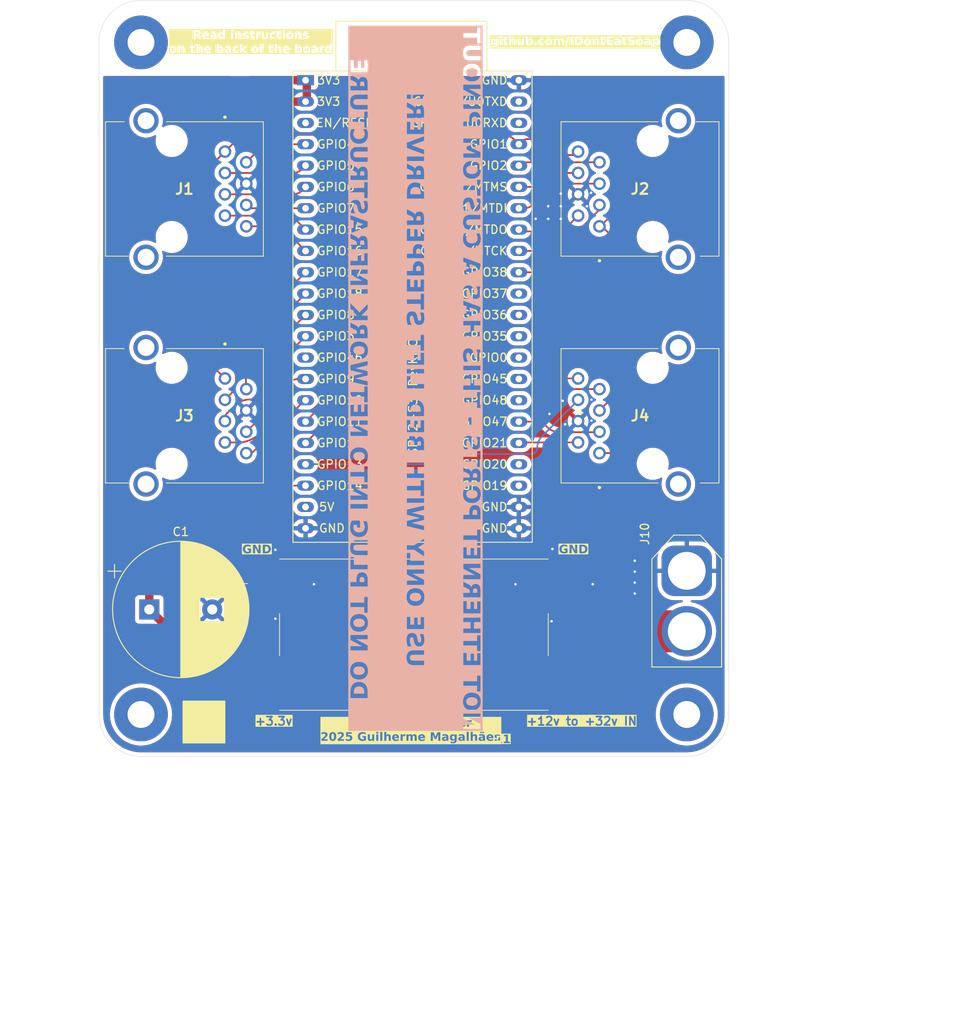
<source format=kicad_pcb>
(kicad_pcb (version 20240108) (generator "pcbnew") (generator_version "8.0")
  (layers (0 "F.Cu" signal) (31 "B.Cu" signal) (34 "B.Paste" user) (35 "F.Paste" user) (36 "B.SilkS" user "B.Silkscreen") (37 "F.SilkS" user "F.Silkscreen") (38 "B.Mask" user) (39 "F.Mask" user) (44 "Edge.Cuts" user))
  (net 0 "")
  (net 1 "M EN")
  (net 3 "M4 CLK")
  (net 5 "M2 DIR")
  (net 8 "GND")
  (net 9 "M1 CLK")
  (net 10 "M3 DIR")
  (net 12 "M3 CLK")
  (net 15 "+3.3V")
  (net 16 "M4 DIR")
  (net 17 "M2 CLK")
  (net 23 "M1 DIR")
  (net 25 "VCC")
  (net 26 "M1 IO 2")
  (net 27 "M1 IO 1")
  (net 28 "M1 IO 3")
  (net 29 "M1 IO 4")
  (net 30 "M2 IO 1")
  (net 31 "M2 IO 4")
  (net 32 "M2 IO 2")
  (net 33 "M2 IO 3")
  (net 34 "M3 IO 1")
  (net 35 "M3 IO 4")
  (net 36 "M3 IO 2")
  (net 37 "M3 IO 3")
  (net 38 "M4 IO 4")
  (net 39 "M4 IO 3")
  (net 40 "M4 IO 2")
  (net 41 "M4 IO 1")
  (footprint "" (layer "F.Cu") (at 120 55)
    (property "Reference" "" (at 0 0 0) (layer "F.SilkS") (effects (font (size 1.27 1.27))))
    (property "Value" "")
    (pad "1" thru_hole circle (at 0 0) (size 6.4 6.4) (drill 3.2) (layers "*.Cu" "*.Mask"))
  )
  (footprint "Explorer:ESP32-S3-DevKitC AliExpress" (layer "F.Cu") (at 74.6 59.5)
    (property "Reference" "U1" (at 12.94828 -3.4 0) (layer "F.SilkS"))
    (property "Value" "ESP32-S3-DevKitC" (at 12.8 38.2 90) (layer "F.SilkS"))
    (fp_text user "GPIO4" (at 1.27 7.62 0) (layer "F.SilkS") (effects (justify left)))
    (fp_text user "5V" (at 1.52032 50.79728 0) (layer "F.SilkS") (effects (justify left)))
    (fp_text user "GND" (at 24.13 53.34 0) (layer "F.SilkS") (effects (justify right)))
    (fp_text user "GPIO16" (at 1.27 20.32 0) (layer "F.SilkS") (effects (justify left)))
    (fp_text user "GPIO47" (at 24.13 40.64 0) (layer "F.SilkS") (effects (justify right)))
    (fp_text user "GPIO1" (at 24.13 7.62 0) (layer "F.SilkS") (effects (justify right)))
    (fp_text user "GPIO18" (at 1.27 25.4 0) (layer "F.SilkS") (effects (justify left)))
    (fp_text user "GPIO2" (at 24.13 10.16 0) (layer "F.SilkS") (effects (justify right)))
    (fp_text user "GPIO9" (at 1.27 35.56 0) (layer "F.SilkS") (effects (justify left)))
    (fp_text user "GPIO37" (at 24.13 25.4 0) (layer "F.SilkS") (effects (justify right)))
    (fp_text user "GPIO40/MTDO" (at 24.13 17.78 0) (layer "F.SilkS") (effects (justify right)))
    (fp_text user "GPIO5" (at 1.27 10.16 0) (layer "F.SilkS") (effects (justify left)))
    (fp_text user "GPIO43/U0TXD" (at 24.13 2.54 0) (layer "F.SilkS") (effects (justify right)))
    (fp_text user "GPIO41/MTDI" (at 24.13 15.24 0) (layer "F.SilkS") (effects (justify right)))
    (fp_text user "EN/RESET" (at 8.88632 5.07728 0) (layer "F.SilkS") (effects (justify right)))
    (fp_text user "GPIO46" (at 1.27 33.02 0) (layer "F.SilkS") (effects (justify left)))
    (fp_text user "GPIO42/MTMS" (at 24.13 12.7 0) (layer "F.SilkS") (effects (justify right)))
    (fp_text user "3V3" (at 1.27 2.54 0) (layer "F.SilkS") (effects (justify left)))
    (fp_text user "GPIO20" (at 24.13 45.72 0) (layer "F.SilkS") (effects (justify right)))
    (fp_text user "GPIO45" (at 24.13 35.56 0) (layer "F.SilkS") (effects (justify right)))
    (fp_text user "GPIO3" (at 1.27 30.48 0) (layer "F.SilkS") (effects (justify left)))
    (fp_text user "GPIO6" (at 1.27 12.7 0) (layer "F.SilkS") (effects (justify left)))
    (fp_text user "GPIO44/U0RXD" (at 24.13 5.08 0) (layer "F.SilkS") (effects (justify right)))
    (fp_text user "GPIO36" (at 24.13 27.94 0) (layer "F.SilkS") (effects (justify right)))
    (fp_text user "GPIO35" (at 24.13 30.48 0) (layer "F.SilkS") (effects (justify right)))
    (fp_text user "GPIO12" (at 1.27 43.18 0) (layer "F.SilkS") (effects (justify left)))
    (fp_text user "3V3" (at 1.27 0 0) (layer "F.SilkS") (effects (justify left)))
    (fp_text user "GPIO21" (at 24.13 43.18 0) (layer "F.SilkS") (effects (justify right)))
    (fp_text user "GPIO48" (at 24.13 38.1 0) (layer "F.SilkS") (effects (justify right)))
    (fp_text user "GPIO8" (at 1.27 27.94 0) (layer "F.SilkS") (effects (justify left)))
    (fp_text user "GPIO13" (at 1.27 45.72 0) (layer "F.SilkS") (effects (justify left)))
    (fp_text user "GPIO14" (at 1.27 48.26 0) (layer "F.SilkS") (effects (justify left)))
    (fp_text user "GPIO38" (at 24.13 22.86 0) (layer "F.SilkS") (effects (justify right)))
    (fp_text user "GPIO10" (at 1.27 38.1 0) (layer "F.SilkS") (effects (justify left)))
    (fp_text user "GPIO15" (at 1.27 17.78 0) (layer "F.SilkS") (effects (justify left)))
    (fp_text user "GPIO17" (at 1.27 22.86 0) (layer "F.SilkS") (effects (justify left)))
    (fp_text user "GPIO7" (at 1.27 15.24 0) (layer "F.SilkS") (effects (justify left)))
    (fp_text user "GND" (at 24.13 0 0) (layer "F.SilkS") (effects (justify right)))
    (fp_text user "GPIO11" (at 1.27 40.64 0) (layer "F.SilkS") (effects (justify left)))
    (fp_text user "GPIO0" (at 24.13 33.02 0) (layer "F.SilkS") (effects (justify right)))
    (fp_text user "GND" (at 1.52032 53.33728 0) (layer "F.SilkS") (effects (justify left)))
    (fp_text user "GND" (at 24.13 50.8 0) (layer "F.SilkS") (effects (justify right)))
    (fp_text user "GPIO39/MTCK" (at 24.13 20.32 0) (layer "F.SilkS") (effects (justify right)))
    (fp_text user "GPIO19" (at 24.13 48.26 0) (layer "F.SilkS") (effects (justify right)))
    (pad "1" thru_hole rect (at 0 0 270) (size 1.2 2) (drill 0.8) (layers "*.Cu" "*.Mask") (net 15 "+3.3V"))
    (pad "2" thru_hole oval (at 0 2.54 270) (size 1.2 2) (drill 0.8) (layers "*.Cu" "*.Mask") (net 15 "+3.3V"))
    (pad "3" thru_hole oval (at 0 5.08 270) (size 1.2 2) (drill 0.8) (layers "*.Cu" "*.Mask"))
    (pad "4" thru_hole oval (at 0 7.62 270) (size 1.2 2) (drill 0.8) (layers "*.Cu" "*.Mask") (net 9 "M1 CLK"))
    (pad "5" thru_hole oval (at 0 10.16 270) (size 1.2 2) (drill 0.8) (layers "*.Cu" "*.Mask") (net 23 "M1 DIR"))
    (pad "6" thru_hole oval (at 0 12.7 270) (size 1.2 2) (drill 0.8) (layers "*.Cu" "*.Mask") (net 27 "M1 IO 1"))
    (pad "7" thru_hole oval (at 0 15.24 270) (size 1.2 2) (drill 0.8) (layers "*.Cu" "*.Mask") (net 26 "M1 IO 2"))
    (pad "8" thru_hole oval (at 0 17.78 270) (size 1.2 2) (drill 0.8) (layers "*.Cu" "*.Mask") (net 28 "M1 IO 3"))
    (pad "9" thru_hole oval (at 0 20.32 270) (size 1.2 2) (drill 0.8) (layers "*.Cu" "*.Mask") (net 29 "M1 IO 4"))
    (pad "10" thru_hole oval (at 0 22.86 270) (size 1.2 2) (drill 0.8) (layers "*.Cu" "*.Mask") (net 12 "M3 CLK"))
    (pad "11" thru_hole oval (at 0 25.4 270) (size 1.2 2) (drill 0.8) (layers "*.Cu" "*.Mask") (net 10 "M3 DIR"))
    (pad "12" thru_hole oval (at 0 27.94 270) (size 1.2 2) (drill 0.8) (layers "*.Cu" "*.Mask") (net 34 "M3 IO 1"))
    (pad "13" thru_hole oval (at 0 30.48 270) (size 1.2 2) (drill 0.8) (layers "*.Cu" "*.Mask") (net 36 "M3 IO 2"))
    (pad "14" thru_hole oval (at 0 33.02 270) (size 1.2 2) (drill 0.8) (layers "*.Cu" "*.Mask"))
    (pad "15" thru_hole oval (at 0 35.56 270) (size 1.2 2) (drill 0.8) (layers "*.Cu" "*.Mask") (net 37 "M3 IO 3"))
    (pad "16" thru_hole oval (at 0 38.1 270) (size 1.2 2) (drill 0.8) (layers "*.Cu" "*.Mask") (net 35 "M3 IO 4"))
    (pad "17" thru_hole oval (at 0 40.64 270) (size 1.2 2) (drill 0.8) (layers "*.Cu" "*.Mask") (net 38 "M4 IO 4"))
    (pad "18" thru_hole oval (at 0 43.18 270) (size 1.2 2) (drill 0.8) (layers "*.Cu" "*.Mask") (net 39 "M4 IO 3"))
    (pad "19" thru_hole oval (at 0 45.72 270) (size 1.2 2) (drill 0.8) (layers "*.Cu" "*.Mask") (net 40 "M4 IO 2"))
    (pad "20" thru_hole oval (at -0.00368 48.25728 270) (size 1.2 2) (drill 0.8) (layers "*.Cu" "*.Mask") (net 31 "M2 IO 4"))
    (pad "21" thru_hole oval (at -0.00368 50.79728 270) (size 1.2 2) (drill 0.8) (layers "*.Cu" "*.Mask"))
    (pad "22" thru_hole oval (at -0.00368 53.33728 270) (size 1.2 2) (drill 0.8) (layers "*.Cu" "*.Mask") (net 8 "GND"))
    (pad "23" thru_hole oval (at 25.4 53.34 270) (size 1.2 2) (drill 0.8) (layers "*.Cu" "*.Mask") (net 8 "GND"))
    (pad "24" thru_hole oval (at 25.4 50.8 270) (size 1.2 2) (drill 0.8) (layers "*.Cu" "*.Mask") (net 8 "GND"))
    (pad "25" thru_hole oval (at 25.4 48.26 270) (size 1.2 2) (drill 0.8) (layers "*.Cu" "*.Mask"))
    (pad "26" thru_hole oval (at 25.4 45.72 270) (size 1.2 2) (drill 0.8) (layers "*.Cu" "*.Mask"))
    (pad "27" thru_hole oval (at 25.4 43.18 270) (size 1.2 2) (drill 0.8) (layers "*.Cu" "*.Mask") (net 3 "M4 CLK"))
    (pad "28" thru_hole oval (at 25.4 40.64 270) (size 1.2 2) (drill 0.8) (layers "*.Cu" "*.Mask") (net 16 "M4 DIR"))
    (pad "29" thru_hole oval (at 25.4 38.1 270) (size 1.2 2) (drill 0.8) (layers "*.Cu" "*.Mask"))
    (pad "30" thru_hole oval (at 25.4 35.56 270) (size 1.2 2) (drill 0.8) (layers "*.Cu" "*.Mask"))
    (pad "31" thru_hole oval (at 25.4 33.02 270) (size 1.2 2) (drill 0.8) (layers "*.Cu" "*.Mask"))
    (pad "32" thru_hole oval (at 25.4 30.48 270) (size 1.2 2) (drill 0.8) (layers "*.Cu" "*.Mask"))
    (pad "33" thru_hole oval (at 25.4 27.94 270) (size 1.2 2) (drill 0.8) (layers "*.Cu" "*.Mask"))
    (pad "34" thru_hole oval (at 25.4 25.4 270) (size 1.2 2) (drill 0.8) (layers "*.Cu" "*.Mask"))
    (pad "35" thru_hole oval (at 25.4 22.86 270) (size 1.2 2) (drill 0.8) (layers "*.Cu" "*.Mask") (net 41 "M4 IO 1"))
    (pad "36" thru_hole oval (at 25.4 20.32 270) (size 1.2 2) (drill 0.8) (layers "*.Cu" "*.Mask") (net 17 "M2 CLK"))
    (pad "37" thru_hole oval (at 25.4 17.78 270) (size 1.2 2) (drill 0.8) (layers "*.Cu" "*.Mask") (net 5 "M2 DIR"))
    (pad "38" thru_hole oval (at 25.4 15.24 270) (size 1.2 2) (drill 0.8) (layers "*.Cu" "*.Mask") (net 30 "M2 IO 1"))
    (pad "39" thru_hole oval (at 25.4 12.7 270) (size 1.2 2) (drill 0.8) (layers "*.Cu" "*.Mask") (net 32 "M2 IO 2"))
    (pad "40" thru_hole oval (at 25.4 10.16 270) (size 1.2 2) (drill 0.8) (layers "*.Cu" "*.Mask") (net 33 "M2 IO 3"))
    (pad "41" thru_hole oval (at 25.4 7.62 270) (size 1.2 2) (drill 0.8) (layers "*.Cu" "*.Mask") (net 1 "M EN"))
    (pad "42" thru_hole oval (at 25.4 5.08 270) (size 1.2 2) (drill 0.8) (layers "*.Cu" "*.Mask"))
    (pad "43" thru_hole oval (at 25.4 2.54 270) (size 1.2 2) (drill 0.8) (layers "*.Cu" "*.Mask"))
    (pad "44" thru_hole oval (at 25.4 0 270) (size 1.2 2) (drill 0.8) (layers "*.Cu" "*.Mask") (net 8 "GND"))
  )
  (footprint "Capacitor_THT:CP_Radial_D16.0mm_P7.50mm" (layer "F.Cu") (at 55.987246 122.5)
    (property "Reference" "C1" (at 3.75 -9.25 0) (layer "F.SilkS"))
    (property "Value" "4700uF")
    (pad "1" thru_hole rect (at 0 0) (size 2.4 2.4) (drill 1.2) (layers "*.Cu" "*.Mask") (net 15 "+3.3V"))
    (pad "2" thru_hole circle (at 7.5 0) (size 2.4 2.4) (drill 1.2) (layers "*.Cu" "*.Mask") (net 8 "GND"))
  )
  (footprint "Connector_AMASS:AMASS_XT60-M_1x02_P7.20mm_Vertical" (layer "F.Cu") (at 120 117.9 -90)
    (property "Reference" "J10" (at -4.4 5 90) (layer "F.SilkS"))
    (property "Value" "XT60 In")
    (pad "1" thru_hole roundrect (at 0 0 270) (size 6 6) (drill 4.5) (layers "*.Cu" "*.Mask") (net 8 "GND"))
    (pad "2" thru_hole circle (at 7.2 0 270) (size 6 6) (drill 4.5) (layers "*.Cu" "*.Mask") (net 25 "VCC"))
  )
  (footprint "SamacSys_Parts:RJ458N3S" (layer "F.Cu") (at 109.6 103.89 180)
    (property "Reference" "J4" (at -4.83 4.445 0) (layer "F.SilkS") (effects (font (size 1.27 1.27) (thickness 0.254))))
    (property "Value" "RJ45" (hide yes))
    (pad "" np_thru_hole circle (at -6.35 -1.27 180) (size 3.33 3.33) (drill 3.33) (layers "*.Cu" "*.Mask"))
    (pad "" np_thru_hole circle (at -6.35 10.16 180) (size 3.33 3.33) (drill 3.33) (layers "*.Cu" "*.Mask"))
    (pad "1" thru_hole circle (at 0 0 180) (size 1.493 1.493) (drill 0.96) (layers "*.Cu" "*.Mask") (net 1 "M EN"))
    (pad "2" thru_hole circle (at 2.54 1.27 180) (size 1.493 1.493) (drill 0.96) (layers "*.Cu" "*.Mask") (net 3 "M4 CLK"))
    (pad "3" thru_hole circle (at 0 2.54 180) (size 1.493 1.493) (drill 0.96) (layers "*.Cu" "*.Mask") (net 16 "M4 DIR"))
    (pad "4" thru_hole circle (at 2.54 3.81 180) (size 1.493 1.493) (drill 0.96) (layers "*.Cu" "*.Mask") (net 8 "GND"))
    (pad "5" thru_hole circle (at 0 5.08 180) (size 1.493 1.493) (drill 0.96) (layers "*.Cu" "*.Mask") (net 41 "M4 IO 1"))
    (pad "6" thru_hole circle (at 2.54 6.35 180) (size 1.493 1.493) (drill 0.96) (layers "*.Cu" "*.Mask") (net 40 "M4 IO 2"))
    (pad "7" thru_hole circle (at 0 7.62 180) (size 1.493 1.493) (drill 0.96) (layers "*.Cu" "*.Mask") (net 39 "M4 IO 3"))
    (pad "8" thru_hole circle (at 2.54 8.89 180) (size 1.493 1.493) (drill 0.96) (layers "*.Cu" "*.Mask") (net 38 "M4 IO 4"))
    (pad "MH3" thru_hole circle (at -9.4 -3.68 180) (size 3.015 3.015) (drill 2.01) (layers "*.Cu" "*.Mask"))
    (pad "MH4" thru_hole circle (at -9.4 12.57 180) (size 3.015 3.015) (drill 2.01) (layers "*.Cu" "*.Mask"))
  )
  (footprint "" (layer "F.Cu") (at 55 55)
    (property "Reference" "" (at 0 0 0) (layer "F.SilkS") (effects (font (size 1.27 1.27))))
    (property "Value" "")
    (pad "1" thru_hole circle (at 0 0) (size 6.4 6.4) (drill 3.2) (layers "*.Cu" "*.Mask"))
  )
  (footprint "" (layer "F.Cu") (at 120 135)
    (property "Reference" "" (at 0 0 0) (layer "F.SilkS") (effects (font (size 1.27 1.27))))
    (property "Value" "")
    (pad "1" thru_hole circle (at 0 0) (size 6.4 6.4) (drill 3.2) (layers "*.Cu" "*.Mask"))
  )
  (footprint "MountingHole:MountingHole_3.2mm_M3_Pad" (layer "F.Cu") (at 55 135)
    (property "Reference" "REF**" (hide yes))
    (property "Value" "MountingHole_3.2mm_M3_Pad" (hide yes))
    (pad "1" thru_hole circle (at 0 0) (size 6.4 6.4) (drill 3.2) (layers "*.Cu" "*.Mask"))
  )
  (footprint "Explorer:Mini 560 Pro" (layer "F.Cu") (at 87.5 125.5 180)
    (property "Reference" "J11" (hide yes))
    (property "Value" "Mini 560 Pro" (hide yes))
    (fp_text user "- OUT" (at 22 6 180) (layer "F.SilkS") (effects (font (thickness 0.1))))
    (fp_text user "+12v to +32v IN" (at -20 -10.3 0) (layer "F.SilkS" knockout) (effects (font (thickness 0.2) (bold yes))))
    (fp_text user "+3.3v" (at 16.7 -10.3 0) (layer "F.SilkS" knockout) (effects (font (thickness 0.2) (bold yes))))
    (fp_text user "GND" (at -19 10.1 0) (layer "F.SilkS" knockout) (effects (font (thickness 0.2) (bold yes))))
    (pad "1" smd roundrect (at -16.5 -6 180) (size 6 5.5) (layers "F.Cu" "F.Paste" "F.Mask") (roundrect_rratio 0.1640419948) (net 25 "VCC"))
    (pad "2" smd roundrect (at -16.5 6 180) (size 6 5.5) (layers "F.Cu" "F.Paste" "F.Mask") (roundrect_rratio 0.1640419948) (net 8 "GND"))
    (pad "3" smd roundrect (at 16.5 -6 180) (size 6 5.5) (layers "F.Cu" "F.Paste" "F.Mask") (roundrect_rratio 0.1640419948) (net 15 "+3.3V"))
    (pad "4" smd roundrect (at 16.5 6 180) (size 6 5.5) (layers "F.Cu" "F.Paste" "F.Mask") (roundrect_rratio 0.1640419948) (net 8 "GND"))
  )
  (footprint "SamacSys_Parts:RJ458N3S" (layer "F.Cu") (at 65 95)
    (property "Reference" "J3" (at -4.83 4.445 0) (layer "F.SilkS") (effects (font (size 1.27 1.27) (thickness 0.254))))
    (property "Value" "RJ45" (hide yes))
    (pad "" np_thru_hole circle (at -6.35 -1.27) (size 3.33 3.33) (drill 3.33) (layers "*.Cu" "*.Mask"))
    (pad "" np_thru_hole circle (at -6.35 10.16) (size 3.33 3.33) (drill 3.33) (layers "*.Cu" "*.Mask"))
    (pad "1" thru_hole circle (at 0 0) (size 1.493 1.493) (drill 0.96) (layers "*.Cu" "*.Mask") (net 1 "M EN"))
    (pad "2" thru_hole circle (at 2.54 1.27) (size 1.493 1.493) (drill 0.96) (layers "*.Cu" "*.Mask") (net 10 "M3 DIR"))
    (pad "3" thru_hole circle (at 0 2.54) (size 1.493 1.493) (drill 0.96) (layers "*.Cu" "*.Mask") (net 12 "M3 CLK"))
    (pad "4" thru_hole circle (at 2.54 3.81) (size 1.493 1.493) (drill 0.96) (layers "*.Cu" "*.Mask") (net 8 "GND"))
    (pad "5" thru_hole circle (at 0 5.08) (size 1.493 1.493) (drill 0.96) (layers "*.Cu" "*.Mask") (net 34 "M3 IO 1"))
    (pad "6" thru_hole circle (at 2.54 6.35) (size 1.493 1.493) (drill 0.96) (layers "*.Cu" "*.Mask") (net 36 "M3 IO 2"))
    (pad "7" thru_hole circle (at 0 7.62) (size 1.493 1.493) (drill 0.96) (layers "*.Cu" "*.Mask") (net 37 "M3 IO 3"))
    (pad "8" thru_hole circle (at 2.54 8.89) (size 1.493 1.493) (drill 0.96) (layers "*.Cu" "*.Mask") (net 35 "M3 IO 4"))
    (pad "MH3" thru_hole circle (at -9.4 -3.68) (size 3.015 3.015) (drill 2.01) (layers "*.Cu" "*.Mask"))
    (pad "MH4" thru_hole circle (at -9.4 12.57) (size 3.015 3.015) (drill 2.01) (layers "*.Cu" "*.Mask"))
  )
  (footprint "SamacSys_Parts:RJ458N3S" (layer "F.Cu") (at 109.6 76.89 180)
    (property "Reference" "J2" (at -4.83 4.445 0) (layer "F.SilkS") (effects (font (size 1.27 1.27) (thickness 0.254))))
    (property "Value" "RJ45" (hide yes))
    (pad "" np_thru_hole circle (at -6.35 -1.27 180) (size 3.33 3.33) (drill 3.33) (layers "*.Cu" "*.Mask"))
    (pad "" np_thru_hole circle (at -6.35 10.16 180) (size 3.33 3.33) (drill 3.33) (layers "*.Cu" "*.Mask"))
    (pad "1" thru_hole circle (at 0 0 180) (size 1.493 1.493) (drill 0.96) (layers "*.Cu" "*.Mask") (net 1 "M EN"))
    (pad "2" thru_hole circle (at 2.54 1.27 180) (size 1.493 1.493) (drill 0.96) (layers "*.Cu" "*.Mask") (net 5 "M2 DIR"))
    (pad "3" thru_hole circle (at 0 2.54 180) (size 1.493 1.493) (drill 0.96) (layers "*.Cu" "*.Mask") (net 17 "M2 CLK"))
    (pad "4" thru_hole circle (at 2.54 3.81 180) (size 1.493 1.493) (drill 0.96) (layers "*.Cu" "*.Mask") (net 8 "GND"))
    (pad "5" thru_hole circle (at 0 5.08 180) (size 1.493 1.493) (drill 0.96) (layers "*.Cu" "*.Mask") (net 30 "M2 IO 1"))
    (pad "6" thru_hole circle (at 2.54 6.35 180) (size 1.493 1.493) (drill 0.96) (layers "*.Cu" "*.Mask") (net 32 "M2 IO 2"))
    (pad "7" thru_hole circle (at 0 7.62 180) (size 1.493 1.493) (drill 0.96) (layers "*.Cu" "*.Mask") (net 33 "M2 IO 3"))
    (pad "8" thru_hole circle (at 2.54 8.89 180) (size 1.493 1.493) (drill 0.96) (layers "*.Cu" "*.Mask") (net 31 "M2 IO 4"))
    (pad "MH3" thru_hole circle (at -9.4 -3.68 180) (size 3.015 3.015) (drill 2.01) (layers "*.Cu" "*.Mask"))
    (pad "MH4" thru_hole circle (at -9.4 12.57 180) (size 3.015 3.015) (drill 2.01) (layers "*.Cu" "*.Mask"))
  )
  (footprint "SamacSys_Parts:RJ458N3S" (layer "F.Cu") (at 65 68)
    (property "Reference" "J1" (at -4.83 4.445 0) (layer "F.SilkS") (effects (font (size 1.27 1.27) (thickness 0.254))))
    (property "Value" "RJ45" (hide yes))
    (pad "" np_thru_hole circle (at -6.35 -1.27) (size 3.33 3.33) (drill 3.33) (layers "*.Cu" "*.Mask"))
    (pad "" np_thru_hole circle (at -6.35 10.16) (size 3.33 3.33) (drill 3.33) (layers "*.Cu" "*.Mask"))
    (pad "1" thru_hole circle (at 0 0) (size 1.493 1.493) (drill 0.96) (layers "*.Cu" "*.Mask") (net 1 "M EN"))
    (pad "2" thru_hole circle (at 2.54 1.27) (size 1.493 1.493) (drill 0.96) (layers "*.Cu" "*.Mask") (net 9 "M1 CLK"))
    (pad "3" thru_hole circle (at 0 2.54) (size 1.493 1.493) (drill 0.96) (layers "*.Cu" "*.Mask") (net 23 "M1 DIR"))
    (pad "4" thru_hole circle (at 2.54 3.81) (size 1.493 1.493) (drill 0.96) (layers "*.Cu" "*.Mask") (net 8 "GND"))
    (pad "5" thru_hole circle (at 0 5.08) (size 1.493 1.493) (drill 0.96) (layers "*.Cu" "*.Mask") (net 27 "M1 IO 1"))
    (pad "6" thru_hole circle (at 2.54 6.35) (size 1.493 1.493) (drill 0.96) (layers "*.Cu" "*.Mask") (net 26 "M1 IO 2"))
    (pad "7" thru_hole circle (at 0 7.62) (size 1.493 1.493) (drill 0.96) (layers "*.Cu" "*.Mask") (net 28 "M1 IO 3"))
    (pad "8" thru_hole circle (at 2.54 8.89) (size 1.493 1.493) (drill 0.96) (layers "*.Cu" "*.Mask") (net 29 "M1 IO 4"))
    (pad "MH3" thru_hole circle (at -9.4 -3.68) (size 3.015 3.015) (drill 2.01) (layers "*.Cu" "*.Mask"))
    (pad "MH4" thru_hole circle (at -9.4 12.57) (size 3.015 3.015) (drill 2.01) (layers "*.Cu" "*.Mask"))
  )
  (gr_rect (start 60 133.4) (end 65 138.4) (stroke (width 0.1)) (fill solid) (layer "F.SilkS"))
  (gr_line (start 55 50) (end 120 50) (stroke (width 0.05)) (layer "Edge.Cuts"))
  (gr_arc (start 125 135) (mid 123.535534 138.535534) (end 120 140) (stroke (width 0.05)) (layer "Edge.Cuts"))
  (gr_line (start 125 55) (end 125 135) (stroke (width 0.05)) (layer "Edge.Cuts"))
  (gr_line (start 50 135) (end 50 55) (stroke (width 0.05)) (layer "Edge.Cuts"))
  (gr_line (start 120 140) (end 55 140) (stroke (width 0.05)) (layer "Edge.Cuts"))
  (gr_arc (start 50 55) (mid 51.464466 51.464466) (end 55 50) (stroke (width 0.05)) (layer "Edge.Cuts"))
  (gr_arc (start 55 140) (mid 51.464466 138.535534) (end 50 135) (stroke (width 0.05)) (layer "Edge.Cuts"))
  (gr_arc (start 120 50) (mid 123.535534 51.464466) (end 125 55) (stroke (width 0.05)) (layer "Edge.Cuts"))
  (gr_text "NOT ETHERNET PORTS - THIS HAS A CUSTOM PINOUT\n\nUSE ONLY WITH BED LIFT STEPPER DRIVER!\n\nDO NOT PLUG INTO NETWORK INFRASTRUCTURE" (at 87.5 95.1 270) (layer "B.SilkS" knockout) (effects (font (size 2 2) (thickness 0.4) (bold yes)) (justify mirror)))
  (gr_text "R1" (at 98 138 0) (layer "F.SilkS" knockout) (effects (font (size 1 1) (thickness 0.2) (bold yes))))
  (gr_text "GND" (at 68.8 115.4 0) (layer "F.SilkS" knockout) (effects (font (size 1 1) (thickness 0.2) (bold yes))))
  (gr_text "Bed Lift Controller\n2025 Guilherme Magalhães" (at 87.12 136.88 0) (layer "F.SilkS" knockout) (effects (font (size 1 1) (thickness 0.2) (bold yes))))
  (gr_text "github.com/IDontEatSoap" (at 106.7 54.9 0) (layer "F.SilkS" knockout) (effects (font (size 1 1) (thickness 0.2) (bold yes))))
  (gr_text "Read instructions\non the back of the board" (at 68.1 55 0) (layer "F.SilkS" knockout) (effects (font (size 1 1) (thickness 0.2) (bold yes))))
  (segment (start 101.058406 66.5) (end 109.439339 66.5) (width 0.2) (layer "F.Cu") (net 1))
  (segment (start 98.08804 66) (end 68.414213 66) (width 0.2) (layer "F.Cu") (net 1))
  (segment (start 99.69 66.81) (end 99.44 66.56) (width 0.2) (layer "F.Cu") (net 1))
  (segment (start 112 69.06066) (end 112 72.980725) (width 0.2) (layer "F.Cu") (net 1))
  (segment (start 109.6 76.745) (end 109.6 76.835) (width 0.2) (layer "F.Cu") (net 1))
  (segment (start 109.74889 76.851109) (end 110.855 75.745) (width 0.2) (layer "F.Cu") (net 1))
  (segment (start 111.675649 103.89) (end 109.6 103.89) (width 0.2) (layer "F.Cu") (net 1))
  (segment (start 65 68) (end 64.15 68.85) (width 0.2) (layer "F.Cu") (net 1))
  (segment (start 109.70253 76.70253) (end 110.8 77.8) (width 0.2) (layer "F.Cu") (net 1))
  (segment (start 63.3 70.902081) (end 63.3 92.097918) (width 0.2) (layer "F.Cu") (net 1))
  (segment (start 65 68) (end 66 67) (width 0.2) (layer "F.Cu") (net 1))
  (segment (start 64.15 94.15) (end 65 95) (width 0.2) (layer "F.Cu") (net 1))
  (segment (start 112 80.697056) (end 112 103.565649) (width 0.2) (layer "F.Cu") (net 1))
  (arc (start 99.44 66.56) (mid 98.819715 66.145539) (end 98.08804 66) (width 0.2) (layer "F.Cu") (net 1))
  (arc (start 99.69 66.81) (mid 100 66.938406) (end 100.31 66.81) (width 0.2) (layer "F.Cu") (net 1))
  (arc (start 111.25 67.25) (mid 110.419261 66.694918) (end 109.439339 66.5) (width 0.2) (layer "F.Cu") (net 1))
  (arc (start 109.6 76.835) (mid 109.616109 76.87389) (end 109.655 76.89) (width 0.2) (layer "F.Cu") (net 1))
  (arc (start 112 72.980725) (mid 111.702424 74.476739) (end 110.855 75.745) (width 0.2) (layer "F.Cu") (net 1))
  (arc (start 111.25 67.25) (mid 111.805081 68.080737) (end 112 69.06066) (width 0.2) (layer "F.Cu") (net 1))
  (arc (start 109.74889 76.851109) (mid 109.705813 76.879892) (end 109.655 76.89) (width 0.2) (layer "F.Cu") (net 1))
  (arc (start 64.15 68.85) (mid 63.520907 69.791502) (end 63.3 70.902081) (width 0.2) (layer "F.Cu") (net 1))
  (arc (start 111.905 103.795) (mid 111.799773 103.86531) (end 111.675649 103.89) (width 0.2) (layer "F.Cu") (net 1))
  (arc (start 112 103.565649) (mid 111.97531 103.689773) (end 111.905 103.795) (width 0.2) (layer "F.Cu") (net 1))
  (arc (start 101.058406 66.5) (mid 100.653371 66.580566) (end 100.31 66.81) (width 0.2) (layer "F.Cu") (net 1))
  (arc (start 109.70253 76.70253) (mid 109.637076 76.68951) (end 109.6 76.745) (width 0.2) (layer "F.Cu") (net 1))
  (arc (start 63.3 92.097918) (mid 63.520907 93.208496) (end 64.15 94.15) (width 0.2) (layer "F.Cu") (net 1))
  (arc (start 110.8 77.8) (mid 111.68813 79.12918) (end 112 80.697056) (width 0.2) (layer "F.Cu") (net 1))
  (arc (start 68.414213 66) (mid 67.10765 66.259891) (end 66 67) (width 0.2) (layer "F.Cu") (net 1))
  (segment (start 100.102426 102.62) (end 107.06 102.62) (width 0.2) (layer "F.Cu") (net 3))
  (segment (start 100.03 102.65) (end 100 102.68) (width 0.2) (layer "F.Cu") (net 3))
  (arc (start 100.102426 102.62) (mid 100.063229 102.627796) (end 100.03 102.65) (width 0.2) (layer "F.Cu") (net 3))
  (segment (start 100.11 77.39) (end 100 77.28) (width 0.2) (layer "F.Cu") (net 5))
  (segment (start 100.375563 77.5) (end 103.850639 77.5) (width 0.2) (layer "F.Cu") (net 5))
  (segment (start 106.12 76.56) (end 107.06 75.62) (width 0.2) (layer "F.Cu") (net 5))
  (arc (start 106.12 76.56) (mid 105.078808 77.255701) (end 103.850639 77.5) (width 0.2) (layer "F.Cu") (net 5))
  (arc (start 100.11 77.39) (mid 100.231841 77.471411) (end 100.375563 77.5) (width 0.2) (layer "F.Cu") (net 5))
  (via (at 105 73) (size 0.6) (drill 0.3) (layers "F.Cu" "B.Cu") (net 8))
  (via (at 105 76) (size 0.6) (drill 0.3) (layers "F.Cu" "B.Cu") (net 8))
  (via (at 108.1 74.5) (size 0.6) (drill 0.3) (layers "F.Cu" "B.Cu") (net 8))
  (via (at 103.9 123.9) (size 0.6) (drill 0.3) (layers "F.Cu" "B.Cu") (net 8))
  (via (at 75.6 119.5) (size 0.6) (drill 0.3) (layers "F.Cu" "B.Cu") (net 8))
  (via (at 108.65 97.53) (size 0.6) (drill 0.3) (layers "F.Cu" "B.Cu") (net 8))
  (via (at 113.8 120.6) (size 0.6) (drill 0.3) (layers "F.Cu" "B.Cu") (net 8))
  (via (at 105.52 100.46) (size 0.6) (drill 0.3) (layers "F.Cu" "B.Cu") (net 8))
  (via (at 108.65 100.03) (size 0.6) (drill 0.3) (layers "F.Cu" "B.Cu") (net 8))
  (via (at 113.8 118) (size 0.6) (drill 0.3) (layers "F.Cu" "B.Cu") (net 8))
  (via (at 105 74.5) (size 0.6) (drill 0.3) (layers "F.Cu" "B.Cu") (net 8))
  (via (at 113.8 116.7) (size 0.6) (drill 0.3) (layers "F.Cu" "B.Cu") (net 8))
  (via (at 71 115.4) (size 0.6) (drill 0.3) (layers "F.Cu" "B.Cu") (net 8))
  (via (at 71 123.6) (size 0.6) (drill 0.3) (layers "F.Cu" "B.Cu") (net 8))
  (via (at 103.65 99.22) (size 0.6) (drill 0.3) (layers "F.Cu" "B.Cu") (net 8))
  (via (at 103.5 74.5) (size 0.6) (drill 0.3) (layers "F.Cu" "B.Cu") (net 8))
  (via (at 103.5 76) (size 0.6) (drill 0.3) (layers "F.Cu" "B.Cu") (net 8))
  (via (at 102 76) (size 0.6) (drill 0.3) (layers "F.Cu" "B.Cu") (net 8))
  (via (at 105.22 97.66) (size 0.6) (drill 0.3) (layers "F.Cu" "B.Cu") (net 8))
  (via (at 104 115.3) (size 0.6) (drill 0.3) (layers "F.Cu" "B.Cu") (net 8))
  (via (at 99.6 119.5) (size 0.6) (drill 0.3) (layers "F.Cu" "B.Cu") (net 8))
  (via (at 113.8 119.3) (size 0.6) (drill 0.3) (layers "F.Cu" "B.Cu") (net 8))
  (via (at 108.6 72.9) (size 0.6) (drill 0.3) (layers "F.Cu" "B.Cu") (net 8))
  (via (at 108.8 119.5) (size 0.6) (drill 0.3) (layers "F.Cu" "B.Cu") (net 8))
  (segment (start 71.210279 67.12) (end 74.6 67.12) (width 0.2) (layer "F.Cu") (net 9))
  (segment (start 68.615 68.195) (end 67.54 69.27) (width 0.2) (layer "F.Cu") (net 9))
  (arc (start 71.210279 67.12) (mid 69.805724 67.399383) (end 68.615 68.195) (width 0.2) (layer "F.Cu") (net 9))
  (segment (start 67.5 96.201715) (end 67.5 94.115) (width 0.2) (layer "F.Cu") (net 10))
  (segment (start 68.99553 90.504469) (end 74.6 84.9) (width 0.2) (layer "F.Cu") (net 10))
  (segment (start 67.52 96.25) (end 67.54 96.27) (width 0.2) (layer "F.Cu") (net 10))
  (arc (start 67.5 96.201715) (mid 67.505197 96.227846) (end 67.52 96.25) (width 0.2) (layer "F.Cu") (net 10))
  (arc (start 68.99553 90.504469) (mid 67.888675 92.160994) (end 67.5 94.115) (width 0.2) (layer "F.Cu") (net 10))
  (segment (start 66.3 95.320761) (end 66.3 92.913963) (width 0.2) (layer "F.Cu") (net 12))
  (segment (start 67.893792 89.066207) (end 74.6 82.36) (width 0.2) (layer "F.Cu") (net 12))
  (segment (start 65.65 96.89) (end 65 97.54) (width 0.2) (layer "F.Cu") (net 12))
  (arc (start 67.893792 89.066207) (mid 66.714213 90.831572) (end 66.3 92.913963) (width 0.2) (layer "F.Cu") (net 12))
  (arc (start 66.3 95.320761) (mid 66.13107 96.170027) (end 65.65 96.89) (width 0.2) (layer "F.Cu") (net 12))
  (segment (start 55.987246 122.5) (end 55.987246 116.766717) (width 1) (layer "F.Cu") (net 15))
  (segment (start 67.241209 131.5) (end 71 131.5) (width 1) (layer "F.Cu") (net 15))
  (segment (start 62 106.246036) (end 62 65.414213) (width 1) (layer "F.Cu") (net 15))
  (segment (start 74.741908 59.5) (end 68.267766 59.5) (width 1) (layer "F.Cu") (net 15))
  (segment (start 63.393453 129.906207) (end 55.987246 122.5) (width 1) (layer "F.Cu") (net 15))
  (segment (start 63.97763 62.02237) (end 63 63) (width 1) (layer "F.Cu") (net 15))
  (segment (start 65.25 60.75) (end 64.02237 61.97763) (width 1) (layer "F.Cu") (net 15))
  (segment (start 63.97763 62.02237) (end 64.02237 61.97763) (width 1) (layer "F.Cu") (net 15))
  (segment (start 74.75 62.04474) (end 64.076375 62.04474) (width 1) (layer "F.Cu") (net 15))
  (segment (start 74.75 62.04474) (end 74.75 59.508091) (width 1) (layer "F.Cu") (net 15))
  (segment (start 60.406207 110.093792) (end 57.581038 112.918961) (width 1) (layer "F.Cu") (net 15))
  (arc (start 63.393453 129.906207) (mid 65.158818 131.085786) (end 67.241209 131.5) (width 1) (layer "F.Cu") (net 15))
  (arc (start 64.02237 61.97763) (mid 64.013104 62) (end 64.02237 62.02237) (width 1) (layer "F.Cu") (net 15))
  (arc (start 64.02237 62.02237) (mid 64.047147 62.038926) (end 64.076375 62.04474) (width 1) (layer "F.Cu") (net 15))
  (arc (start 74.74763 59.50237) (mid 74.749384 59.504994) (end 74.75 59.508091) (width 1) (layer "F.Cu") (net 15))
  (arc (start 64.02237 62.02237) (mid 63.999999 62.013104) (end 63.97763 62.02237) (width 1) (layer "F.Cu") (net 15))
  (arc (start 57.581038 112.918961) (mid 56.401459 114.684326) (end 55.987246 116.766717) (width 1) (layer "F.Cu") (net 15))
  (arc (start 63 63) (mid 62.259891 64.10765) (end 62 65.414213) (width 1) (layer "F.Cu") (net 15))
  (arc (start 74.74763 59.50237) (mid 74.745004 59.500615) (end 74.741908 59.5) (width 1) (layer "F.Cu") (net 15))
  (arc (start 68.267766 59.5) (mid 66.634562 59.824864) (end 65.25 60.75) (width 1) (layer "F.Cu") (net 15))
  (arc (start 62 106.246036) (mid 61.585786 108.328426) (end 60.406207 110.093792) (width 1) (layer "F.Cu") (net 15))
  (segment (start 109.575 101.375) (end 109.6 101.35) (width 0.2) (layer "F.Cu") (net 16))
  (segment (start 104.880954 101.4) (end 109.514644 101.4) (width 0.2) (layer "F.Cu") (net 16))
  (segment (start 101.839045 100.14) (end 100 100.14) (width 0.2) (layer "F.Cu") (net 16))
  (arc (start 103.36 100.77) (mid 102.66218 100.303731) (end 101.839045 100.14) (width 0.2) (layer "F.Cu") (net 16))
  (arc (start 103.36 100.77) (mid 104.057819 101.236268) (end 104.880954 101.4) (width 0.2) (layer "F.Cu") (net 16))
  (arc (start 109.575 101.375) (mid 109.547308 101.393502) (end 109.514644 101.4) (width 0.2) (layer "F.Cu") (net 16))
  (segment (start 106.273792 78.226207) (end 109.405545 75.094454) (width 0.2) (layer "F.Cu") (net 17))
  (segment (start 109.6 74.625) (end 109.6 74.35) (width 0.2) (layer "F.Cu") (net 17))
  (segment (start 102.426036 79.82) (end 100 79.82) (width 0.2) (layer "F.Cu") (net 17))
  (arc (start 106.273792 78.226207) (mid 104.508426 79.405786) (end 102.426036 79.82) (width 0.2) (layer "F.Cu") (net 17))
  (arc (start 109.6 74.625) (mid 109.549462 74.879066) (end 109.405545 75.094454) (width 0.2) (layer "F.Cu") (net 17))
  (segment (start 73.097746 70.54) (end 65 70.54) (width 0.2) (layer "F.Cu") (net 23))
  (segment (start 74.16 70.1) (end 74.6 69.66) (width 0.2) (layer "F.Cu") (net 23))
  (arc (start 74.16 70.1) (mid 73.672633 70.425647) (end 73.097746 70.54) (width 0.2) (layer "F.Cu") (net 23))
  (segment (start 106.746036 131.5) (end 104 131.5) (width 5) (layer "F.Cu") (net 25))
  (segment (start 113.806207 126.693792) (end 110.593792 129.906207) (width 5) (layer "F.Cu") (net 25))
  (segment (start 117.653963 125.1) (end 120 125.1) (width 5) (layer "F.Cu") (net 25))
  (arc (start 110.593792 129.906207) (mid 108.828426 131.085786) (end 106.746036 131.5) (width 5) (layer "F.Cu") (net 25))
  (arc (start 117.653963 125.1) (mid 115.571572 125.514213) (end 113.806207 126.693792) (width 5) (layer "F.Cu") (net 25))
  (segment (start 67.735 74.545) (end 67.54 74.35) (width 0.2) (layer "F.Cu") (net 26))
  (segment (start 68.205771 74.74) (end 74.6 74.74) (width 0.2) (layer "F.Cu") (net 26))
  (arc (start 67.735 74.545) (mid 67.950991 74.689321) (end 68.205771 74.74) (width 0.2) (layer "F.Cu") (net 26))
  (segment (start 74.16 72.64) (end 74.6 72.2) (width 0.2) (layer "F.Cu") (net 27))
  (segment (start 73.097746 73.08) (end 65 73.08) (width 0.2) (layer "F.Cu") (net 27))
  (arc (start 74.16 72.64) (mid 73.672633 72.965647) (end 73.097746 73.08) (width 0.2) (layer "F.Cu") (net 27))
  (segment (start 73.77 76.45) (end 74.6 77.28) (width 0.2) (layer "F.Cu") (net 28))
  (segment (start 71.766202 75.62) (end 65 75.62) (width 0.2) (layer "F.Cu") (net 28))
  (arc (start 73.77 76.45) (mid 72.850649 75.835709) (end 71.766202 75.62) (width 0.2) (layer "F.Cu") (net 28))
  (segment (start 69.605 76.89) (end 67.54 76.89) (width 0.2) (layer "F.Cu") (net 29))
  (segment (start 73.130175 78.350175) (end 74.6 79.82) (width 0.2) (layer "F.Cu") (net 29))
  (arc (start 73.130175 78.350175) (mid 71.512811 77.269487) (end 69.605 76.89) (width 0.2) (layer "F.Cu") (net 29))
  (segment (start 101.705477 74.294522) (end 102.725 73.275) (width 0.2) (layer "F.Cu") (net 30))
  (segment (start 100.63 74.74) (end 100 74.74) (width 0.2) (layer "F.Cu") (net 30))
  (segment (start 106.261822 71.81) (end 109.6 71.81) (width 0.2) (layer "F.Cu") (net 30))
  (arc (start 106.261822 71.81) (mid 104.347707 72.190741) (end 102.725 73.275) (width 0.2) (layer "F.Cu") (net 30))
  (arc (start 101.705477 74.294522) (mid 101.212044 74.624224) (end 100.63 74.74) (width 0.2) (layer "F.Cu") (net 30))
  (segment (start 72.6 107.659496) (end 72.6 100.948528) (width 0.2) (layer "F.Cu") (net 31))
  (segment (start 86.006207 88.168106) (end 75.795562 98.378751) (width 0.2) (layer "F.Cu") (net 31))
  (segment (start 89.193792 73.499811) (end 92.699811 69.993792) (width 0.2) (layer "F.Cu") (net 31))
  (segment (start 106.86 68.2) (end 107.06 68) (width 0.2) (layer "F.Cu") (net 31))
  (segment (start 87.6 84.32035) (end 87.6 77.347567) (width 0.2) (layer "F.Cu") (net 31))
  (segment (start 73.278751 99.421248) (end 73.2 99.5) (width 0.2) (layer "F.Cu") (net 31))
  (segment (start 106.377157 68.4) (end 96.547567 68.4) (width 0.2) (layer "F.Cu") (net 31))
  (segment (start 72.697783 107.75728) (end 74.59632 107.75728) (width 0.2) (layer "F.Cu") (net 31))
  (arc (start 89.193792 73.499811) (mid 88.014213 75.265176) (end 87.6 77.347567) (width 0.2) (layer "F.Cu") (net 31))
  (arc (start 96.547567 68.4) (mid 94.465176 68.814213) (end 92.699811 69.993792) (width 0.2) (layer "F.Cu") (net 31))
  (arc (start 87.6 84.32035) (mid 87.185786 86.40274) (end 86.006207 88.168106) (width 0.2) (layer "F.Cu") (net 31))
  (arc (start 74.537157 98.9) (mid 73.856112 99.035467) (end 73.278751 99.421248) (width 0.2) (layer "F.Cu") (net 31))
  (arc (start 72.6 107.659496) (mid 72.607443 107.696916) (end 72.62864 107.72864) (width 0.2) (layer "F.Cu") (net 31))
  (arc (start 72.62864 107.72864) (mid 72.660363 107.749836) (end 72.697783 107.75728) (width 0.2) (layer "F.Cu") (net 31))
  (arc (start 106.86 68.2) (mid 106.638469 68.348021) (end 106.377157 68.4) (width 0.2) (layer "F.Cu") (net 31))
  (arc (start 73.2 99.5) (mid 72.755934 100.16459) (end 72.6 100.948528) (width 0.2) (layer "F.Cu") (net 31))
  (arc (start 75.795562 98.378751) (mid 75.218201 98.764531) (end 74.537157 98.9) (width 0.2) (layer "F.Cu") (net 31))
  (segment (start 101.626202 72.2) (end 100 72.2) (width 0.2) (layer "F.Cu") (net 32))
  (segment (start 105.633797 70.54) (end 107.06 70.54) (width 0.2) (layer "F.Cu") (net 32))
  (arc (start 103.63 71.37) (mid 102.710649 71.98429) (end 101.626202 72.2) (width 0.2) (layer "F.Cu") (net 32))
  (arc (start 105.633797 70.54) (mid 104.549349 70.755709) (end 103.63 71.37) (width 0.2) (layer "F.Cu") (net 32))
  (segment (start 100.195 69.465) (end 100 69.66) (width 0.2) (layer "F.Cu") (net 33))
  (segment (start 100.665771 69.27) (end 109.6 69.27) (width 0.2) (layer "F.Cu") (net 33))
  (arc (start 100.665771 69.27) (mid 100.410991 69.320678) (end 100.195 69.465) (width 0.2) (layer "F.Cu") (net 33))
  (segment (start 68 97.5) (end 68.817157 97.5) (width 0.2) (layer "F.Cu") (net 34))
  (segment (start 66.122182 98.277817) (end 65.240416 99.159583) (width 0.2) (layer "F.Cu") (net 34))
  (segment (start 69.5 94.793963) (end 69.5 96.817157) (width 0.2) (layer "F.Cu") (net 34))
  (segment (start 71.093792 90.946207) (end 74.6 87.44) (width 0.2) (layer "F.Cu") (net 34))
  (segment (start 65 99.74) (end 65 100.08) (width 0.2) (layer "F.Cu") (net 34))
  (arc (start 68 97.5) (mid 66.983732 97.702148) (end 66.122182 98.277817) (width 0.2) (layer "F.Cu") (net 34))
  (arc (start 65.240416 99.159583) (mid 65.062482 99.42588) (end 65 99.74) (width 0.2) (layer "F.Cu") (net 34))
  (arc (start 69.3 97.3) (mid 69.078469 97.448021) (end 68.817157 97.5) (width 0.2) (layer "F.Cu") (net 34))
  (arc (start 69.5 96.817157) (mid 69.448021 97.078469) (end 69.3 97.3) (width 0.2) (layer "F.Cu") (net 34))
  (arc (start 71.093792 90.946207) (mid 69.914213 92.711572) (end 69.5 94.793963) (width 0.2) (layer "F.Cu") (net 34))
  (segment (start 67.875 103.89) (end 67.54 103.89) (width 0.2) (layer "F.Cu") (net 35))
  (segment (start 74.55 97.6) (end 74.6 97.6) (width 0.2) (layer "F.Cu") (net 35))
  (segment (start 68.44688 103.653119) (end 74.464644 97.635355) (width 0.2) (layer "F.Cu") (net 35))
  (arc (start 68.44688 103.653119) (mid 68.184499 103.828436) (end 67.875 103.89) (width 0.2) (layer "F.Cu") (net 35))
  (arc (start 74.55 97.6) (mid 74.503805 97.609188) (end 74.464644 97.635355) (width 0.2) (layer "F.Cu") (net 35))
  (segment (start 72.123815 92.456184) (end 74.6 89.98) (width 0.2) (layer "F.Cu") (net 36))
  (segment (start 69.076184 99.813815) (end 67.54 101.35) (width 0.2) (layer "F.Cu") (net 36))
  (arc (start 70.6 96.135) (mid 70.203973 98.12596) (end 69.076184 99.813815) (width 0.2) (layer "F.Cu") (net 36))
  (arc (start 72.123815 92.456184) (mid 70.996026 94.144039) (end 70.6 96.135) (width 0.2) (layer "F.Cu") (net 36))
  (segment (start 69.168944 101.531055) (end 71.416116 99.283883) (width 0.2) (layer "F.Cu") (net 37))
  (segment (start 73.733969 95.06) (end 74.6 95.06) (width 0.2) (layer "F.Cu") (net 37))
  (segment (start 66.54 102.62) (end 65 102.62) (width 0.2) (layer "F.Cu") (net 37))
  (segment (start 72.3 96.493969) (end 72.3 97.15) (width 0.2) (layer "F.Cu") (net 37))
  (arc (start 73.733969 95.06) (mid 73.185213 95.169154) (end 72.72 95.48) (width 0.2) (layer "F.Cu") (net 37))
  (arc (start 72.3 97.15) (mid 72.070286 98.304849) (end 71.416116 99.283883) (width 0.2) (layer "F.Cu") (net 37))
  (arc (start 69.168944 101.531055) (mid 67.962774 102.336992) (end 66.54 102.62) (width 0.2) (layer "F.Cu") (net 37))
  (arc (start 72.72 95.48) (mid 72.409154 95.945213) (end 72.3 96.493969) (width 0.2) (layer "F.Cu") (net 37))
  (segment (start 80.673963 96.32) (end 101.506619 96.32) (width 0.2) (layer "F.Cu") (net 38))
  (segment (start 104.69338 95) (end 107.06 95) (width 0.2) (layer "F.Cu") (net 38))
  (segment (start 76.826207 97.913792) (end 74.6 100.14) (width 0.2) (layer "F.Cu") (net 38))
  (arc (start 103.1 95.66) (mid 102.36895 96.148471) (end 101.506619 96.32) (width 0.2) (layer "F.Cu") (net 38))
  (arc (start 104.69338 95) (mid 103.831049 95.171528) (end 103.1 95.66) (width 0.2) (layer "F.Cu") (net 38))
  (arc (start 80.673963 96.32) (mid 78.591572 96.734213) (end 76.826207 97.913792) (width 0.2) (layer "F.Cu") (net 38))
  (segment (start 100.544451 98.88) (end 80.653963 98.88) (width 0.2) (layer "F.Cu") (net 39))
  (segment (start 76.806207 100.473792) (end 74.6 102.68) (width 0.2) (layer "F.Cu") (net 39))
  (segment (start 106.845548 96.27) (end 109.6 96.27) (width 0.2) (layer "F.Cu") (net 39))
  (arc (start 103.695 97.575) (mid 102.249515 98.540841) (end 100.544451 98.88) (width 0.2) (layer "F.Cu") (net 39))
  (arc (start 80.653963 98.88) (mid 78.571572 99.294213) (end 76.806207 100.473792) (width 0.2) (layer "F.Cu") (net 39))
  (arc (start 106.845548 96.27) (mid 105.140483 96.609158) (end 103.695 97.575) (width 0.2) (layer "F.Cu") (net 39))
  (segment (start 107.06 97.565) (end 107.06 97.54) (width 0.2) (layer "B.Cu") (net 40))
  (segment (start 101.425 104) (end 93.548528 104) (width 0.2) (layer "B.Cu") (net 40))
  (segment (start 102.748007 101.901992) (end 107.042322 97.607677) (width 0.2) (layer "B.Cu") (net 40))
  (segment (start 90.651471 105.2) (end 74.634142 105.2) (width 0.2) (layer "B.Cu") (net 40))
  (segment (start 74.61 105.21) (end 74.6 105.22) (width 0.2) (layer "B.Cu") (net 40))
  (arc (start 107.06 97.565) (mid 107.055405 97.588096) (end 107.042322 97.607677) (width 0.2) (layer "B.Cu") (net 40))
  (arc (start 93.548528 104) (mid 92.76459 104.155934) (end 92.1 104.6) (width 0.2) (layer "B.Cu") (net 40))
  (arc (start 102.748007 101.901992) (mid 102.342422 102.508993) (end 102.2 103.225) (width 0.2) (layer "B.Cu") (net 40))
  (arc (start 92.1 104.6) (mid 91.435409 105.044065) (end 90.651471 105.2) (width 0.2) (layer "B.Cu") (net 40))
  (arc (start 102.2 103.225) (mid 101.973007 103.773007) (end 101.425 104) (width 0.2) (layer "B.Cu") (net 40))
  (arc (start 74.634142 105.2) (mid 74.621076 105.202598) (end 74.61 105.21) (width 0.2) (layer "B.Cu") (net 40))
  (segment (start 111.2 82.769705) (end 111.2 96.078629) (width 0.2) (layer "F.Cu") (net 41))
  (segment (start 110.4 98.01) (end 109.6 98.81) (width 0.2) (layer "F.Cu") (net 41))
  (segment (start 110.790294 82.36) (end 100 82.36) (width 0.2) (layer "F.Cu") (net 41))
  (arc (start 111.2 96.078629) (mid 110.992086 97.123879) (end 110.4 98.01) (width 0.2) (layer "F.Cu") (net 41))
  (arc (start 111.08 82.48) (mid 111.168813 82.612917) (end 111.2 82.769705) (width 0.2) (layer "F.Cu") (net 41))
  (arc (start 111.08 82.48) (mid 110.947081 82.391186) (end 110.790294 82.36) (width 0.2) (layer "F.Cu") (net 41))
  (zone (net 8) (net_name "GND") (layers "F&B.Cu") (connect_pads (clearance 0.5)) (min_thickness 0.25) (fill yes (thermal_gap 0.5) (thermal_bridge_width 0.5))
    (polygon (pts (xy 50 59) (xy 126 59) (xy 152.307358 171.851902) (xy 38.207358 171.451902) (xy 39.207358 60.151902)))
  )
)
</source>
